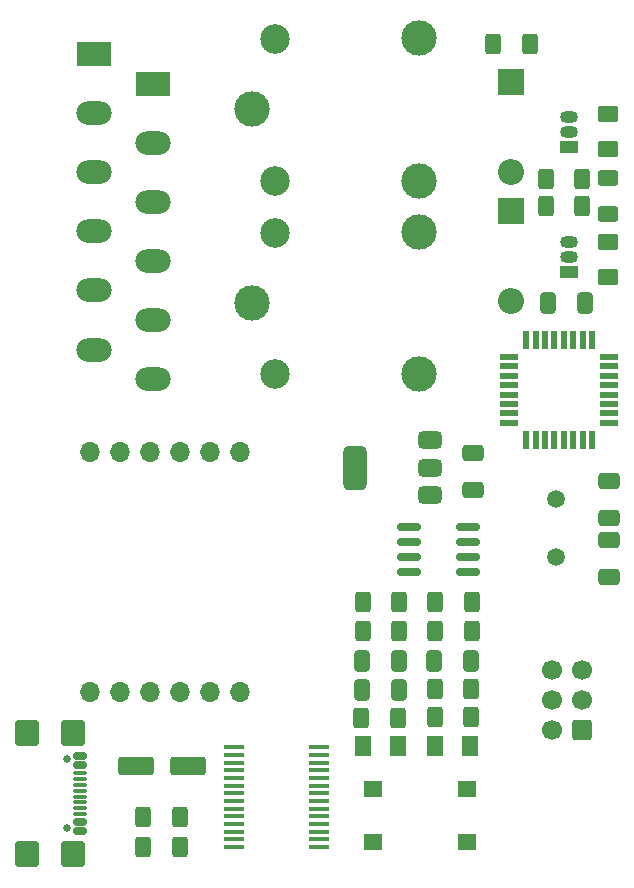
<source format=gbr>
%TF.GenerationSoftware,KiCad,Pcbnew,8.0.1*%
%TF.CreationDate,2024-07-07T22:58:04+02:00*%
%TF.ProjectId,kicad8_atmega328_relay_module,6b696361-6438-45f6-9174-6d6567613332,rev?*%
%TF.SameCoordinates,Original*%
%TF.FileFunction,Soldermask,Top*%
%TF.FilePolarity,Negative*%
%FSLAX46Y46*%
G04 Gerber Fmt 4.6, Leading zero omitted, Abs format (unit mm)*
G04 Created by KiCad (PCBNEW 8.0.1) date 2024-07-07 22:58:04*
%MOMM*%
%LPD*%
G01*
G04 APERTURE LIST*
G04 Aperture macros list*
%AMRoundRect*
0 Rectangle with rounded corners*
0 $1 Rounding radius*
0 $2 $3 $4 $5 $6 $7 $8 $9 X,Y pos of 4 corners*
0 Add a 4 corners polygon primitive as box body*
4,1,4,$2,$3,$4,$5,$6,$7,$8,$9,$2,$3,0*
0 Add four circle primitives for the rounded corners*
1,1,$1+$1,$2,$3*
1,1,$1+$1,$4,$5*
1,1,$1+$1,$6,$7*
1,1,$1+$1,$8,$9*
0 Add four rect primitives between the rounded corners*
20,1,$1+$1,$2,$3,$4,$5,0*
20,1,$1+$1,$4,$5,$6,$7,0*
20,1,$1+$1,$6,$7,$8,$9,0*
20,1,$1+$1,$8,$9,$2,$3,0*%
G04 Aperture macros list end*
%ADD10RoundRect,0.250000X0.412500X0.650000X-0.412500X0.650000X-0.412500X-0.650000X0.412500X-0.650000X0*%
%ADD11C,1.500000*%
%ADD12R,1.600000X1.400000*%
%ADD13RoundRect,0.250000X-0.400000X-0.625000X0.400000X-0.625000X0.400000X0.625000X-0.400000X0.625000X0*%
%ADD14C,3.000000*%
%ADD15C,2.500000*%
%ADD16RoundRect,0.250000X0.400000X0.625000X-0.400000X0.625000X-0.400000X-0.625000X0.400000X-0.625000X0*%
%ADD17RoundRect,0.250000X1.250000X0.550000X-1.250000X0.550000X-1.250000X-0.550000X1.250000X-0.550000X0*%
%ADD18RoundRect,0.150000X-0.825000X-0.150000X0.825000X-0.150000X0.825000X0.150000X-0.825000X0.150000X0*%
%ADD19RoundRect,0.250001X0.624999X-0.462499X0.624999X0.462499X-0.624999X0.462499X-0.624999X-0.462499X0*%
%ADD20RoundRect,0.250000X0.650000X-0.412500X0.650000X0.412500X-0.650000X0.412500X-0.650000X-0.412500X0*%
%ADD21RoundRect,0.250000X0.600000X0.600000X-0.600000X0.600000X-0.600000X-0.600000X0.600000X-0.600000X0*%
%ADD22C,1.700000*%
%ADD23R,1.600000X0.550000*%
%ADD24R,0.550000X1.600000*%
%ADD25R,2.200000X2.200000*%
%ADD26O,2.200000X2.200000*%
%ADD27R,1.500000X1.050000*%
%ADD28O,1.500000X1.050000*%
%ADD29C,0.650000*%
%ADD30RoundRect,0.150000X-0.425000X0.150000X-0.425000X-0.150000X0.425000X-0.150000X0.425000X0.150000X0*%
%ADD31RoundRect,0.075000X-0.500000X0.075000X-0.500000X-0.075000X0.500000X-0.075000X0.500000X0.075000X0*%
%ADD32RoundRect,0.250000X-0.750000X0.840000X-0.750000X-0.840000X0.750000X-0.840000X0.750000X0.840000X0*%
%ADD33RoundRect,0.375000X0.625000X0.375000X-0.625000X0.375000X-0.625000X-0.375000X0.625000X-0.375000X0*%
%ADD34RoundRect,0.500000X0.500000X1.400000X-0.500000X1.400000X-0.500000X-1.400000X0.500000X-1.400000X0*%
%ADD35RoundRect,0.250000X-0.650000X0.412500X-0.650000X-0.412500X0.650000X-0.412500X0.650000X0.412500X0*%
%ADD36RoundRect,0.250001X0.462499X0.624999X-0.462499X0.624999X-0.462499X-0.624999X0.462499X-0.624999X0*%
%ADD37RoundRect,0.250001X-0.462499X-0.624999X0.462499X-0.624999X0.462499X0.624999X-0.462499X0.624999X0*%
%ADD38O,1.700000X1.700000*%
%ADD39R,3.000000X2.000000*%
%ADD40O,3.000000X2.000000*%
%ADD41RoundRect,0.250001X-0.624999X0.462499X-0.624999X-0.462499X0.624999X-0.462499X0.624999X0.462499X0*%
%ADD42R,1.750000X0.450000*%
%ADD43RoundRect,0.250000X0.625000X-0.400000X0.625000X0.400000X-0.625000X0.400000X-0.625000X-0.400000X0*%
G04 APERTURE END LIST*
D10*
%TO.C,C5*%
X106962500Y-54500000D03*
X103837500Y-54500000D03*
%TD*%
D11*
%TO.C,Y1*%
X104500000Y-71050000D03*
X104500000Y-75930000D03*
%TD*%
D12*
%TO.C,SW1*%
X97000000Y-100100000D03*
X89000000Y-100100000D03*
X97000000Y-95600000D03*
X89000000Y-95600000D03*
%TD*%
D13*
%TO.C,R4*%
X88150000Y-82200000D03*
X91250000Y-82200000D03*
%TD*%
D14*
%TO.C,K1*%
X78750000Y-38050000D03*
D15*
X80700000Y-44100000D03*
D14*
X92900000Y-44100000D03*
X92950000Y-32050000D03*
D15*
X80700000Y-32100000D03*
%TD*%
D16*
%TO.C,R13*%
X91250000Y-79750000D03*
X88150000Y-79750000D03*
%TD*%
D13*
%TO.C,R10*%
X103650000Y-46250000D03*
X106750000Y-46250000D03*
%TD*%
D17*
%TO.C,C2*%
X73350000Y-93650000D03*
X68950000Y-93650000D03*
%TD*%
D18*
%TO.C,U5*%
X92125000Y-73395000D03*
X92125000Y-74665000D03*
X92125000Y-75935000D03*
X92125000Y-77205000D03*
X97075000Y-77205000D03*
X97075000Y-75935000D03*
X97075000Y-74665000D03*
X97075000Y-73395000D03*
%TD*%
D13*
%TO.C,R1*%
X94250000Y-87150000D03*
X97350000Y-87150000D03*
%TD*%
D19*
%TO.C,D5*%
X108900000Y-41437500D03*
X108900000Y-38462500D03*
%TD*%
D20*
%TO.C,C8*%
X109000000Y-77690000D03*
X109000000Y-74565000D03*
%TD*%
D21*
%TO.C,J1*%
X106750000Y-90640000D03*
D22*
X104210000Y-90640000D03*
X106750000Y-88100000D03*
X104210000Y-88100000D03*
X106750000Y-85560000D03*
X104210000Y-85560000D03*
%TD*%
D23*
%TO.C,U1*%
X100550000Y-59010000D03*
X100550000Y-59810000D03*
X100550000Y-60610000D03*
X100550000Y-61410000D03*
X100550000Y-62210000D03*
X100550000Y-63010000D03*
X100550000Y-63810000D03*
X100550000Y-64610000D03*
D24*
X102000000Y-66060000D03*
X102800000Y-66060000D03*
X103600000Y-66060000D03*
X104400000Y-66060000D03*
X105200000Y-66060000D03*
X106000000Y-66060000D03*
X106800000Y-66060000D03*
X107600000Y-66060000D03*
D23*
X109050000Y-64610000D03*
X109050000Y-63810000D03*
X109050000Y-63010000D03*
X109050000Y-62210000D03*
X109050000Y-61410000D03*
X109050000Y-60610000D03*
X109050000Y-59810000D03*
X109050000Y-59010000D03*
D24*
X107600000Y-57560000D03*
X106800000Y-57560000D03*
X106000000Y-57560000D03*
X105200000Y-57560000D03*
X104400000Y-57560000D03*
X103600000Y-57560000D03*
X102800000Y-57560000D03*
X102000000Y-57560000D03*
%TD*%
D16*
%TO.C,R9*%
X72700000Y-100550000D03*
X69600000Y-100550000D03*
%TD*%
D13*
%TO.C,R5*%
X94300000Y-82200000D03*
X97400000Y-82200000D03*
%TD*%
D25*
%TO.C,D3*%
X100750000Y-35750000D03*
D26*
X100750000Y-43370000D03*
%TD*%
D27*
%TO.C,Q2*%
X105650000Y-51830000D03*
D28*
X105650000Y-50560000D03*
X105650000Y-49290000D03*
%TD*%
D10*
%TO.C,C1*%
X91212500Y-84750000D03*
X88087500Y-84750000D03*
%TD*%
D29*
%TO.C,J3*%
X63165000Y-93110000D03*
X63165000Y-98890000D03*
D30*
X64240000Y-92800000D03*
X64240000Y-93600000D03*
D31*
X64240000Y-94750000D03*
X64240000Y-95750000D03*
X64240000Y-96250000D03*
X64240000Y-97250000D03*
D30*
X64240000Y-98400000D03*
X64240000Y-99200000D03*
X64240000Y-99200000D03*
X64240000Y-98400000D03*
D31*
X64240000Y-97750000D03*
X64240000Y-96750000D03*
X64240000Y-95250000D03*
X64240000Y-94250000D03*
D30*
X64240000Y-93600000D03*
X64240000Y-92800000D03*
D32*
X63665000Y-90890000D03*
X59735000Y-90890000D03*
X63665000Y-101110000D03*
X59735000Y-101110000D03*
%TD*%
D10*
%TO.C,C4*%
X97362500Y-84750000D03*
X94237500Y-84750000D03*
%TD*%
D16*
%TO.C,R2*%
X97350000Y-89550000D03*
X94250000Y-89550000D03*
%TD*%
D10*
%TO.C,C6*%
X91212500Y-87200000D03*
X88087500Y-87200000D03*
%TD*%
D33*
%TO.C,U3*%
X93850000Y-70700000D03*
X93850000Y-68400000D03*
D34*
X87550000Y-68400000D03*
D33*
X93850000Y-66100000D03*
%TD*%
D35*
%TO.C,C7*%
X109000000Y-69565000D03*
X109000000Y-72690000D03*
%TD*%
D16*
%TO.C,R8*%
X72700000Y-97950000D03*
X69600000Y-97950000D03*
%TD*%
D36*
%TO.C,D1*%
X97287500Y-91950000D03*
X94312500Y-91950000D03*
%TD*%
D13*
%TO.C,R7*%
X103650000Y-43950000D03*
X106750000Y-43950000D03*
%TD*%
%TO.C,R12*%
X94300000Y-79750000D03*
X97400000Y-79750000D03*
%TD*%
D25*
%TO.C,D4*%
X100750000Y-46690000D03*
D26*
X100750000Y-54310000D03*
%TD*%
D37*
%TO.C,D2*%
X88162500Y-91950000D03*
X91137500Y-91950000D03*
%TD*%
D14*
%TO.C,K2*%
X78750000Y-54450000D03*
D15*
X80700000Y-60500000D03*
D14*
X92900000Y-60500000D03*
X92950000Y-48450000D03*
D15*
X80700000Y-48500000D03*
%TD*%
D38*
%TO.C,U4*%
X65100000Y-87400000D03*
X67640000Y-87400000D03*
X70180000Y-87400000D03*
X72720000Y-87400000D03*
X75260000Y-87400000D03*
X77800000Y-87400000D03*
X65100000Y-67080000D03*
X67640000Y-67080000D03*
X70180000Y-67080000D03*
X72720000Y-67080000D03*
X75260000Y-67080000D03*
X77800000Y-67080000D03*
%TD*%
D27*
%TO.C,Q1*%
X105650000Y-41250000D03*
D28*
X105650000Y-39980000D03*
X105650000Y-38710000D03*
%TD*%
D35*
%TO.C,C3*%
X97500000Y-67187500D03*
X97500000Y-70312500D03*
%TD*%
D39*
%TO.C,J4*%
X65400000Y-33400000D03*
X70400000Y-35900000D03*
D40*
X65400000Y-38400000D03*
X70400000Y-40900000D03*
X65400000Y-43400000D03*
X70400000Y-45900000D03*
X65400000Y-48400000D03*
X70400000Y-50900000D03*
X65400000Y-53400000D03*
X70400000Y-55900000D03*
X65400000Y-58400000D03*
X70400000Y-60900000D03*
%TD*%
D41*
%TO.C,D6*%
X108900000Y-49312500D03*
X108900000Y-52287500D03*
%TD*%
D13*
%TO.C,R6*%
X99200000Y-32500000D03*
X102300000Y-32500000D03*
%TD*%
D16*
%TO.C,R3*%
X91150000Y-89600000D03*
X88050000Y-89600000D03*
%TD*%
D42*
%TO.C,U2*%
X77250000Y-92075000D03*
X77250000Y-92725000D03*
X77250000Y-93375000D03*
X77250000Y-94025000D03*
X77250000Y-94675000D03*
X77250000Y-95325000D03*
X77250000Y-95975000D03*
X77250000Y-96625000D03*
X77250000Y-97275000D03*
X77250000Y-97925000D03*
X77250000Y-98575000D03*
X77250000Y-99225000D03*
X77250000Y-99875000D03*
X77250000Y-100525000D03*
X84450000Y-100525000D03*
X84450000Y-99875000D03*
X84450000Y-99225000D03*
X84450000Y-98575000D03*
X84450000Y-97925000D03*
X84450000Y-97275000D03*
X84450000Y-96625000D03*
X84450000Y-95975000D03*
X84450000Y-95325000D03*
X84450000Y-94675000D03*
X84450000Y-94025000D03*
X84450000Y-93375000D03*
X84450000Y-92725000D03*
X84450000Y-92075000D03*
%TD*%
D43*
%TO.C,R11*%
X108950000Y-46950000D03*
X108950000Y-43850000D03*
%TD*%
M02*

</source>
